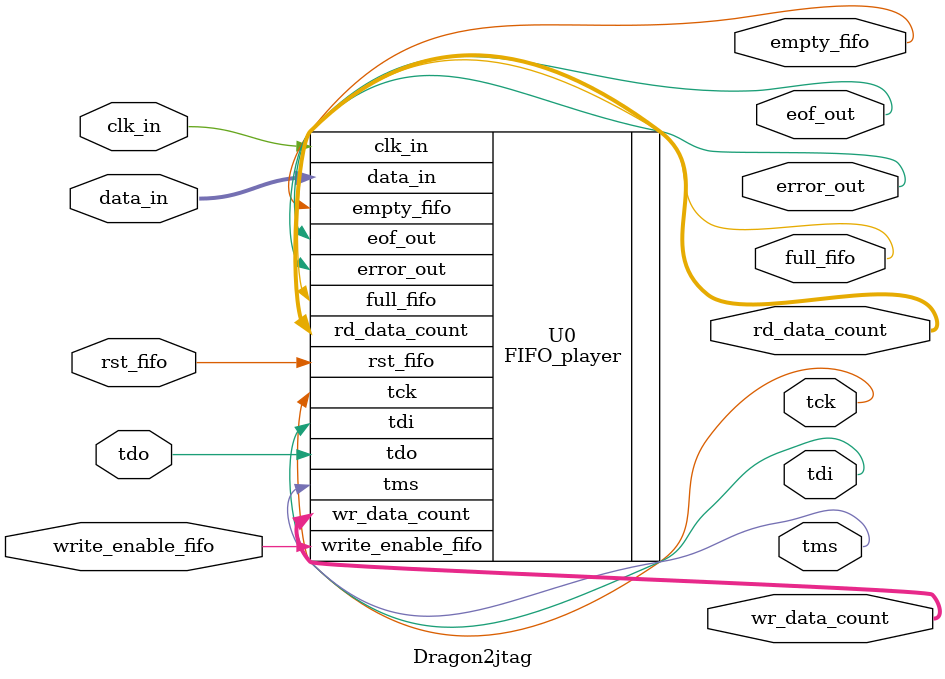
<source format=v>
`timescale 1ns / 1ps
module Dragon2jtag(
    input [7:0] data_in,
    input rst_fifo,
    input clk_in,
    input write_enable_fifo,
    output full_fifo,
    output empty_fifo,
    output [9:0] rd_data_count,
    output [9:0] wr_data_count,
    output error_out,
    output eof_out,
    output tms,
    output tdi,
    output tck,
    input tdo
    );


FIFO_player U0(
	.data_in (data_in[7:0]),
	.rst_fifo (rst_fifo),
	.clk_in (clk_in),
	.write_enable_fifo (write_enable_fifo),
	.full_fifo (full_fifo),
	.empty_fifo (empty_fifo),
	.rd_data_count (rd_data_count[9:0]),
	.wr_data_count (wr_data_count[9:0]),
	.error_out (error_out),
	.eof_out (eof_out),
	.tms (tms),
	.tck (tck),
	.tdi (tdi),
	.tdo (tdo)
	);

endmodule

</source>
